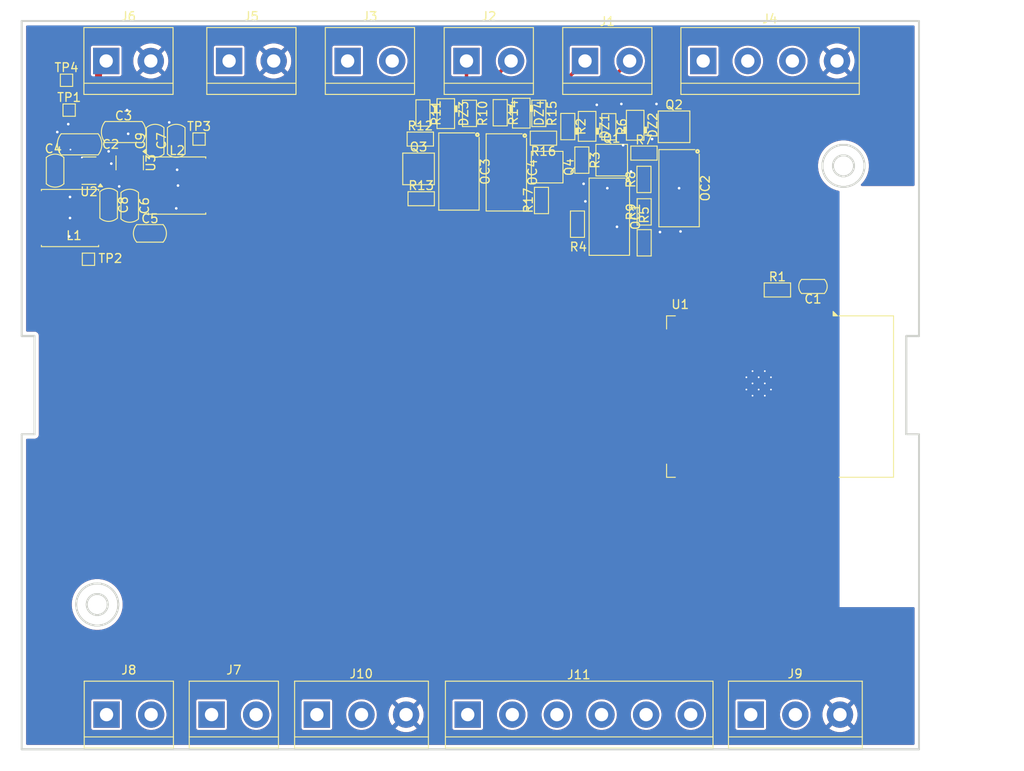
<source format=kicad_pcb>
(kicad_pcb (version 20241229) (generator "pcbnew") (generator_version "9.0")
  (layers (0 "F.Cu" signal) (2 "B.Cu" signal) (13 "F.Paste" user) (15 "B.Paste" user) (5 "F.SilkS" user "F.Silkscreen") (7 "B.SilkS" user "B.Silkscreen") (1 "F.Mask" user) (3 "B.Mask" user) (25 "Edge.Cuts" user))
  (net 0 "")
  (net 1 "+3.3V")
  (net 2 "GND")
  (net 3 "Net-(U2-BST)")
  (net 4 "Net-(U2-SW)")
  (net 5 "VCC")
  (net 6 "/NIVARA_BOARD/NPN_IN_1")
  (net 7 "/NIVARA_BOARD/NPN_IN_2")
  (net 8 "/NIVARA_BOARD/PNP_IN_1")
  (net 9 "/NIVARA_BOARD/PNP_IN_2")
  (net 10 "/NIVARA_BOARD/D_IN_2")
  (net 11 "/NIVARA_BOARD/D_IN_1")
  (net 12 "/NIVARA_BOARD/NPN_OUT_1")
  (net 13 "/NIVARA_BOARD/NPN_OUT_2")
  (net 14 "/NIVARA_BOARD/RLY_1_NO")
  (net 15 "/NIVARA_BOARD/RLY_1_C")
  (net 16 "/NIVARA_BOARD/RLY_1_NC")
  (net 17 "/NIVARA_BOARD/RLY_2_C")
  (net 18 "/NIVARA_BOARD/RLY_2_NC")
  (net 19 "/NIVARA_BOARD/RLY_2_NO")
  (net 20 "/NIVARA_BOARD/RUN{slash}STOP")
  (net 21 "/NIVARA_BOARD/RS485_A")
  (net 22 "/NIVARA_BOARD/RS485_B")
  (net 23 "/NIVARA_BOARD/A0_10_IN_1")
  (net 24 "/NIVARA_BOARD/A4_20_IN_1")
  (net 25 "/NIVARA_BOARD/A0_32_IN_1")
  (net 26 "/NIVARA_BOARD/PNP_OUT_1")
  (net 27 "/NIVARA_BOARD/PNP_OUT_2")
  (net 28 "/NIVARA_BOARD/A0_10_OUT_1")
  (net 29 "/NIVARA_BOARD/A4_20_OUT_1")
  (net 30 "Net-(U1-EN)")
  (net 33 "/NIVARA_BOARD/DRIVER_RS485/UART_OUT")
  (net 60 "/NIVARA_BOARD/DRIVER_RS485/UART_IN")
  (net 67 "Net-(U3-BST)")
  (net 68 "Net-(U3-SW)")
  (net 69 "+5V")
  (net 70 "Net-(DZ1-K)")
  (net 71 "Net-(DZ2-K)")
  (net 72 "Net-(Q1-D)")
  (net 73 "Net-(OC1-Pad1)")
  (net 74 "/NIVARA_BOARD/NPN_IN/ESP_NPN_IN_1")
  (net 75 "/NIVARA_BOARD/NPN_IN/ESP_NPN_IN_2")
  (net 76 "Net-(OC2-Pad1)")
  (net 77 "Net-(Q2-D)")
  (net 78 "Net-(DZ3-K)")
  (net 79 "Net-(DZ4-K)")
  (net 80 "Net-(Q3-D)")
  (net 81 "/NIVARA_BOARD/PNP_IN/ESP_PNP_IN_1")
  (net 82 "/NIVARA_BOARD/PNP_IN/ESP_PNP_IN_2")
  (net 83 "Net-(Q4-D)")
  (net 84 "Net-(Q3-S)")
  (net 85 "Net-(Q4-S)")
  (footprint "TerminalBlock:TerminalBlock_bornier-2_P5.08mm" (layer "F.Cu") (at 119.92 124)
    (property "Reference" "J7")
    (property "Value" "NPN_OUT")
  )
  (footprint "PCM_Capacitor_SMD_AKL:C_0805_2012Metric" (layer "F.Cu") (at 113.5 58.6 90)
    (property "Reference" "C9")
    (property "Value" "22uF" (hide yes))
  )
  (footprint "TerminalBlock:TerminalBlock_bornier-4_P5.08mm" (layer "F.Cu") (at 175.92 49.5)
    (property "Reference" "J4")
    (property "Value" "Analaog_In")
  )
  (footprint "PCM_Capacitor_SMD_AKL:C_1206_3216Metric" (layer "F.Cu") (at 104.9 59 180)
    (property "Reference" "C2")
    (property "Value" "10uF" (hide yes))
  )
  (footprint "PCM_Resistor_SMD_AKL:R_0603_1608Metric" (layer "F.Cu") (at 161.6 68.1 90)
    (property "Reference" "R4")
    (property "Value" "1k" (hide yes))
  )
  (footprint "PCM_Package_SO_AKL:SO-4_4.4x3.9mm_P2.54mm" (layer "F.Cu") (at 165.23 67.25 -90)
    (property "Reference" "OC1")
    (property "Value" "LTV-356T" (hide yes))
  )
  (footprint "Inductor_SMD:L_APV_ANR6028" (layer "F.Cu") (at 116 63.7)
    (property "Reference" "L2")
    (property "Value" "4u7H")
  )
  (footprint "PCM_Package_TO_SOT_SMD_AKL:SOT-23" (layer "F.Cu") (at 158.15 61.6 -90)
    (property "Reference" "Q4")
    (property "Value" "IRLML6402" (hide yes))
  )
  (footprint "PCM_Resistor_SMD_AKL:R_0603_1608Metric" (layer "F.Cu") (at 165.175 57 -90)
    (property "Reference" "R6")
    (property "Value" "7k" (hide yes))
  )
  (footprint "TestPoint:TestPoint_Pad_1.0x1.0mm" (layer "F.Cu") (at 118.5 58.4)
    (property "Reference" "TP3")
    (property "Value" "+5V")
  )
  (footprint "PCM_Capacitor_SMD_AKL:C_0805_2012Metric" (layer "F.Cu") (at 108.2 65.9 -90)
    (property "Reference" "C8")
    (property "Value" "22uF" (hide yes))
  )
  (footprint "TestPoint:TestPoint_Pad_1.0x1.0mm" (layer "F.Cu") (at 103.7 55.1)
    (property "Reference" "TP1")
    (property "Value" "+VCC")
  )
  (footprint "TerminalBlock:TerminalBlock_bornier-3_P5.08mm" (layer "F.Cu") (at 181.34 124)
    (property "Reference" "J9")
    (property "Value" "RS485")
  )
  (footprint "RF_Module:ESP32-S3-WROOM-1" (layer "F.Cu") (at 184.7 87.75 -90)
    (property "Reference" "U1")
    (property "Value" "ESP32-S3-WROOM-1")
  )
  (footprint "PCM_Package_SO_AKL:SO-4_4.4x3.9mm_P2.54mm" (layer "F.Cu") (at 173.175 64 -90)
    (property "Reference" "OC2")
    (property "Value" "LTV-356T" (hide yes))
  )
  (footprint "PCM_Capacitor_SMD_AKL:C_0805_2012Metric" (layer "F.Cu") (at 110.6 66 -90)
    (property "Reference" "C6")
    (property "Value" "22uF" (hide yes))
  )
  (footprint "TerminalBlock:TerminalBlock_bornier-2_P5.08mm" (layer "F.Cu") (at 107.92 49.5)
    (property "Reference" "J6")
    (property "Value" "FUENTE")
  )
  (footprint "PCM_Capacitor_SMD_AKL:C_0805_2012Metric" (layer "F.Cu") (at 115.9 58.6 90)
    (property "Reference" "C7")
    (property "Value" "22uF" (hide yes))
  )
  (footprint "TestPoint:TestPoint_Pad_1.0x1.0mm" (layer "F.Cu") (at 103.4 51.7)
    (property "Reference" "TP4")
    (property "Value" "GND")
  )
  (footprint "PCM_Resistor_SMD_AKL:R_0603_1608Metric" (layer "F.Cu") (at 157.5 65.4 90)
    (property "Reference" "R17")
    (property "Value" "10k" (hide yes))
  )
  (footprint "PCM_Resistor_SMD_AKL:R_0603_1608Metric" (layer "F.Cu") (at 160.5 56.975 -90)
    (property "Reference" "R2")
    (property "Value" "7k" (hide yes))
  )
  (footprint "PCM_Capacitor_SMD_AKL:C_0805_2012Metric" (layer "F.Cu") (at 112.9 69.15)
    (property "Reference" "C5")
    (property "Value" "100nF" (hide yes))
  )
  (footprint "TerminalBlock:TerminalBlock_bornier-2_P5.08mm" (layer "F.Cu") (at 135.42 49.5)
    (property "Reference" "J3")
    (property "Value" "D_IN")
  )
  (footprint "PCM_Resistor_SMD_AKL:R_0603_1608Metric" (layer "F.Cu") (at 152.8 55.4 -90)
    (property "Reference" "R14")
    (property "Value" "7k" (hide yes))
  )
  (footprint "PCM_Package_TO_SOT_SMD_AKL:SOT-23" (layer "F.Cu") (at 165.5 60.8)
    (property "Reference" "Q1")
    (property "Value" "IRLML6344" (hide yes))
  )
  (footprint "TerminalBlock:TerminalBlock_bornier-2_P5.08mm" (layer "F.Cu") (at 107.96 124)
    (property "Reference" "J8")
    (property "Value" "PNP_OUT")
  )
  (footprint "PCM_Resistor_SMD_AKL:R_0603_1608Metric" (layer "F.Cu") (at 157.725 58.3 180)
    (property "Reference" "R16")
    (property "Value" "1k" (hide yes))
  )
  (footprint "TestPoint:TestPoint_Pad_1.0x1.0mm" (layer "F.Cu") (at 105.9 72.1)
    (property "Reference" "TP2")
    (property "Value" "+3.3V")
  )
  (footprint "PCM_Resistor_SMD_AKL:R_0603_1608Metric" (layer "F.Cu") (at 169.2 70.225 -90)
    (property "Reference" "R5")
    (property "Value" "10k" (hide yes))
  )
  (footprint "PCM_Resistor_SMD_AKL:R_0603_1608Metric" (layer "F.Cu") (at 169.2 66.7 90)
    (property "Reference" "R9")
    (property "Value" "10k" (hide yes))
  )
  (footprint "PCM_Resistor_SMD_AKL:R_0603_1608Metric" (layer "F.Cu") (at 162.1 60.8 -90)
    (property "Reference" "R3")
    (property "Value" "22k" (hide yes))
  )
  (footprint "TerminalBlock:TerminalBlock_bornier-2_P5.08mm" (layer "F.Cu") (at 121.92 49.5)
    (property "Reference" "J5")
    (property "Value" "RUN/STOP")
  )
  (footprint "TerminalBlock:TerminalBlock_bornier-2_P5.08mm" (layer "F.Cu") (at 162.46 49.5)
    (property "Reference" "J1")
    (property "Value" "NPN_IN")
  )
  (footprint "PCM_Resistor_SMD_AKL:R_0603_1608Metric" (layer "F.Cu") (at 169.175 63 90)
    (property "Reference" "R8")
    (property "Value" "1k" (hide yes))
  )
  (footprint "PCM_Resistor_SMD_AKL:R_0603_1608Metric" (layer "F.Cu") (at 184.375 75.6)
    (property "Reference" "R1")
    (property "Value" "R_0603" (hide yes))
  )
  (footprint "PCM_Capacitor_SMD_AKL:C_0805_2012Metric" (layer "F.Cu") (at 102.1 62 90)
    (property "Reference" "C4")
    (property "Value" "100nF" (hide yes))
  )
  (footprint "PCM_Resistor_SMD_AKL:R_0603_1608Metric" (layer "F.Cu") (at 144 55.425 -90)
    (property "Reference" "R11")
    (property "Value" "22k" (hide yes))
  )
  (footprint "PCM_Package_SO_AKL:SO-4_4.4x3.9mm_P2.54mm" (layer "F.Cu") (at 148.1 62.1 -90)
    (property "Reference" "OC3")
    (property "Value" "LTV-356T" (hide yes))
  )
  (footprint "PCM_Package_TO_SOT_SMD_AKL:SOT-23" (layer "F.Cu") (at 172.6 57)
    (property "Reference" "Q2")
    (property "Value" "IRLML6344" (hide yes))
  )
  (footprint "TerminalBlock:TerminalBlock_bornier-6_P5.08mm" (layer "F.Cu") (at 149.1 124)
    (property "Reference" "J11")
    (property "Value" "RELAY")
  )
  (footprint "PCM_Resistor_SMD_AKL:R_0603_1608Metric" (layer "F.Cu") (at 169.175 60)
    (property "Reference" "R7")
    (property "Value" "22k" (hide yes))
  )
  (footprint "PCM_Package_TO_SOT_SMD_AKL:SOT-23" (layer "F.Cu") (at 143.5 61.8)
    (property "Reference" "Q3")
    (property "Value" "IRLML6402" (hide yes))
  )
  (footprint "PCM_Package_SO_AKL:SO-4_4.4x3.9mm_P2.54mm" (layer "F.Cu") (at 153.5 62.2 -90)
    (property "Reference" "OC4")
    (property "Value" "LTV-356T" (hide yes))
  )
  (footprint "PCM_Resistor_SMD_AKL:R_0603_1608Metric" (layer "F.Cu") (at 157.2 55.475 -90)
    (property "Reference" "R15")
    (property "Value" "22k" (hide yes))
  )
  (footprint "PCM_Diode_SMD_AKL:D_SOD-323" (layer "F.Cu") (at 168.175 56.825 90)
    (property "Reference" "DZ2")
    (property "Value" "BZT52C10S" (hide yes))
  )
  (footprint "Inductor_SMD:L_APV_ANR6028" (layer "F.Cu") (at 103.8 67.4)
    (property "Reference" "L1")
    (property "Value" "4u7H")
  )
  (footprint "Package_TO_SOT_SMD:TSOT-23-6" (layer "F.Cu") (at 110.6 61.1125 -90)
    (property "Reference" "U3")
    (property "Value" "AP63205WU")
  )
  (footprint "PCM_Capacitor_SMD_AKL:C_0603_1608Metric" (layer "F.Cu") (at 188.425 75.2 180)
    (property "Reference" "C1")
    (property "Value" "1uF" (hide yes))
  )
  (footprint "PCM_Diode_SMD_AKL:D_SOD-323" (layer "F.Cu") (at 155.2 55.45 -90)
    (property "Reference" "DZ4")
    (property "Value" "BZT52C10S" (hide yes))
  )
  (footprint "PCM_Diode_SMD_AKL:D_SOD-323" (layer "F.Cu") (at 146.6 55.5 -90)
    (property "Reference" "DZ3")
    (property "Value" "BZT52C10S" (hide yes))
  )
  (footprint "Package_TO_SOT_SMD:TSOT-23-6" (layer "F.Cu") (at 105.9625 62 180)
    (property "Reference" "U2")
    (property "Value" "AP63203WU")
  )
  (footprint "PCM_Diode_SMD_AKL:D_SOD-323" (layer "F.Cu") (at 162.7 56.95 90)
    (property "Reference" "DZ1")
    (property "Value" "BZT52C10S" (hide yes))
  )
  (footprint "PCM_Capacitor_SMD_AKL:C_1206_3216Metric" (layer "F.Cu") (at 109.9 57.6)
    (property "Reference" "C3")
    (property "Value" "10uF" (hide yes))
  )
  (footprint "PCM_Resistor_SMD_AKL:R_0603_1608Metric" (layer "F.Cu") (at 143.7 58.4)
    (property "Reference" "R12")
    (property "Value" "1k" (hide yes))
  )
  (footprint "PCM_Resistor_SMD_AKL:R_0603_1608Metric" (layer "F.Cu") (at 149.3 55.475 -90)
    (property "Reference" "R10")
    (property "Value" "7k" (hide yes))
  )
  (footprint "TerminalBlock:TerminalBlock_bornier-2_P5.08mm" (layer "F.Cu") (at 148.96 49.5)
    (property "Reference" "J2")
    (property "Value" "PNP_IN")
  )
  (footprint "PCM_Resistor_SMD_AKL:R_0603_1608Metric" (layer "F.Cu") (at 143.8 65.2)
    (property "Reference" "R13")
    (property "Value" "10k" (hide yes))
  )
  (footprint "TerminalBlock:TerminalBlock_bornier-3_P5.08mm" (layer "F.Cu") (at 131.92 124)
    (property "Reference" "J10")
    (property "Value" "Analog_Out")
  )
  (gr_line (start 199.05 92.05) (end 200.5 92.05) (stroke (width 0.2)) (layer "Edge.Cuts"))
  (gr_line (start 199.05 92.05) (end 200.5 92.05) (stroke (width 0.2)) (layer "Edge.Cuts"))
  (gr_line (start 99.75 92.05) (end 98.3 92.05) (stroke (width 0.2)) (layer "Edge.Cuts"))
  (gr_line (start 98.3 92.05) (end 98.3 127.95) (stroke (width 0.2)) (layer "Edge.Cuts"))
  (gr_circle (center 191.9 61.45) (end 194.3 61.45) (stroke (width 0.2)) (fill no) (layer "Edge.Cuts"))
  (gr_circle (center 106.9 111.45) (end 108.1 111.45) (stroke (width 0.2)) (fill no) (layer "Edge.Cuts"))
  (gr_line (start 199.05 88.95) (end 199.05 92.05) (stroke (width 0.2)) (layer "Edge.Cuts"))
  (gr_line (start 200.5 127.95) (end 200.5 92.05) (stroke (width 0.2)) (layer "Edge.Cuts"))
  (gr_line (start 99.75 92.05) (end 98.3 92.05) (stroke (width 0.2)) (layer "Edge.Cuts"))
  (gr_line (start 98.3 127.95) (end 200.5 127.95) (stroke (width 0.2)) (layer "Edge.Cuts"))
  (gr_line (start 199.05 80.85) (end 199.05 92.05) (stroke (width 0.2)) (layer "Edge.Cuts"))
  (gr_circle (center 106.9 111.45) (end 108.1 111.45) (stroke (width 0.2)) (fill no) (layer "Edge.Cuts"))
  (gr_line (start 199.05 88.95) (end 199.05 92.05) (stroke (width 0.2)) (layer "Edge.Cuts"))
  (gr_line (start 199.05 88.95) (end 199.05 83.95) (stroke (width 0.2)) (layer "Edge.Cuts"))
  (gr_line (start 98.3 80.85) (end 99.75 80.85) (stroke (width 0.2)) (layer "Edge.Cuts"))
  (gr_line (start 200.5 44.95) (end 200.5 80.85) (stroke (width 0.2)) (layer "Edge.Cuts"))
  (gr_line (start 199.05 88.95) (end 199.05 83.95) (stroke (width 0.2)) (layer "Edge.Cuts"))
  (gr_line (start 199.05 92.05) (end 200.5 92.05) (stroke (width 0.2)) (layer "Edge.Cuts"))
  (gr_line (start 98.3 44.95) (end 98.3 80.85) (stroke (width 0.2)) (layer "Edge.Cuts"))
  (gr_line (start 200.5 127.95) (end 200.5 92.05) (stroke (width 0.2)) (layer "Edge.Cuts"))
  (gr_line (start 199.05 92.05) (end 200.5 92.05) (stroke (width 0.2)) (layer "Edge.Cuts"))
  (gr_circle (center 191.9 61.45) (end 193.1 61.45) (stroke (width 0.2)) (fill no) (layer "Edge.Cuts"))
  (gr_circle (center 191.9 61.45) (end 193.1 61.45) (stroke (width 0.2)) (fill no) (layer "Edge.Cuts"))
  (gr_line (start 99.75 88.95) (end 99.75 83.95) (stroke (width 0.2)) (layer "Edge.Cuts"))
  (gr_line (start 98.3 92.05) (end 98.3 127.95) (stroke (width 0.2)) (layer "Edge.Cuts"))
  (gr_line (start 200.5 44.95) (end 200.5 80.85) (stroke (width 0.2)) (layer "Edge.Cuts"))
  (gr_line (start 98.3 44.95) (end 200.5 44.95) (stroke (width 0.2)) (layer "Edge.Cuts"))
  (gr_circle (center 191.9 61.45) (end 194.3 61.45) (stroke (width 0.2)) (fill no) (layer "Edge.Cuts"))
  (gr_circle (center 191.9 61.45) (end 194.3 61.45) (stroke (width 0.2)) (fill no) (layer "Edge.Cuts"))
  (gr_line (start 99.75 88.95) (end 99.75 83.95) (stroke (width 0.2)) (layer "Edge.Cuts"))
  (gr_line (start 98.3 44.95) (end 200.5 44.95) (stroke (width 0.2)) (layer "Edge.Cuts"))
  (gr_line (start 99.75 88.95) (end 99.75 92.05) (stroke (width 0.2)) (layer "Edge.Cuts"))
  (gr_line (start 98.3 127.95) (end 200.5 127.95) (stroke (width 0.2)) (layer "Edge.Cuts"))
  (gr_line (start 99.75 80.85) (end 99.75 83.95) (stroke (width 0.2)) (layer "Edge.Cuts"))
  (gr_line (start 200.5 80.85) (end 199.05 80.85) (stroke (width 0.2)) (layer "Edge.Cuts"))
  (gr_line (start 98.3 44.95) (end 98.3 80.85) (stroke (width 0.2)) (layer "Edge.Cuts"))
  (gr_line (start 200.5 80.85) (end 199.05 80.85) (stroke (width 0.2)) (layer "Edge.Cuts"))
  (gr_line (start 200.5 127.95) (end 200.5 92.05) (stroke (width 0.2)) (layer "Edge.Cuts"))
  (gr_circle (center 191.9 61.45) (end 193.1 61.45) (stroke (width 0.2)) (fill no) (layer "Edge.Cuts"))
  (gr_circle (center 106.9 111.45) (end 108.1 111.45) (stroke (width 0.2)) (fill no) (layer "Edge.Cuts"))
  (gr_line (start 200.5 80.85) (end 200.5 44.95) (stroke (width 0.2)) (layer "Edge.Cuts"))
  (gr_line (start 99.75 80.85) (end 99.75 92.05) (stroke (width 0.2)) (layer "Edge.Cuts"))
  (gr_line (start 200.5 44.95) (end 98.3 44.95) (stroke (width 0.2)) (layer "Edge.Cuts"))
  (gr_line (start 98.3 127.95) (end 200.5 127.95) (stroke (width 0.2)) (layer "Edge.Cuts"))
  (gr_line (start 98.3 80.85) (end 99.75 80.85) (stroke (width 0.2)) (layer "Edge.Cuts"))
  (gr_line (start 98.3 80.85) (end 98.3 44.95) (stroke (width 0.2)) (layer "Edge.Cuts"))
  (gr_line (start 99.75 88.95) (end 99.75 92.05) (stroke (width 0.2)) (layer "Edge.Cuts"))
  (gr_line (start 200.5 80.85) (end 200.5 44.95) (stroke (width 0.2)) (layer "Edge.Cuts"))
  (gr_line (start 199.05 80.85) (end 199.05 92.05) (stroke (width 0.2)) (layer "Edge.Cuts"))
  (gr_line (start 199.05 80.85) (end 199.05 83.95) (stroke (width 0.2)) (layer "Edge.Cuts"))
  (gr_line (start 200.5 44.95) (end 98.3 44.95) (stroke (width 0.2)) (layer "Edge.Cuts"))
  (gr_circle (center 106.9 111.45) (end 108.1 111.45) (stroke (width 0.2)) (fill no) (layer "Edge.Cuts"))
  (gr_line (start 99.75 80.85) (end 99.75 92.05) (stroke (width 0.2)) (layer "Edge.Cuts"))
  (gr_line (start 200.5 80.85) (end 199.05 80.85) (stroke (width 0.2)) (layer "Edge.Cuts"))
  (gr_circle (center 106.9 111.45) (end 109.3 111.45) (stroke (width 0.2)) (fill no) (layer "Edge.Cuts"))
  (gr_circle (center 191.9 61.45) (end 194.3 61.45) (stroke (width 0.2)) (fill no) (layer "Edge.Cuts"))
  (gr_circle (center 106.9 111.45) (end 109.3 111.45) (stroke (width 0.2)) (fill no) (layer "Edge.Cuts"))
  (gr_circle (center 191.9 61.45) (end 193.1 61.45) (stroke (width 0.2)) (fill no) (layer "Edge.Cuts"))
  (gr_line (start 98.3 127.95) (end 200.5 127.95) (stroke (width 0.2)) (layer "Edge.Cuts"))
  (gr_line (start 99.75 80.85) (end 99.75 83.95) (stroke (width 0.2)) (layer "Edge.Cuts"))
  (gr_line (start 199.05 80.85) (end 199.05 83.95) (stroke (width 0.2)) (layer "Edge.Cuts"))
  (gr_line (start 99.75 92.05) (end 98.3 92.05) (stroke (width 0.2)) (layer "Edge.Cuts"))
  (gr_line (start 99.75 92.05) (end 98.3 92.05) (stroke (width 0.2)) (layer "Edge.Cuts"))
  (gr_line (start 98.3 80.85) (end 99.75 80.85) (stroke (width 0.2)) (layer "Edge.Cuts"))
  (gr_circle (center 106.9 111.45) (end 109.3 111.45) (stroke (width 0.2)) (fill no) (layer "Edge.Cuts"))
  (gr_line (start 200.5 80.85) (end 199.05 80.85) (stroke (width 0.2)) (layer "Edge.Cuts"))
  (gr_circle (center 106.9 111.45) (end 109.3 111.45) (stroke (width 0.2)) (fill no) (layer "Edge.Cuts"))
  (gr_line (start 98.3 80.85) (end 99.75 80.85) (stroke (width 0.2)) (layer "Edge.Cuts"))
  (segment (start 106.05 67.4) (end 106.05 64.85) (width 0.8) (layer "F.Cu") (net 1))
  (segment (start 108.2 64.05) (end 107.1 62.95) (width 0.6) (layer "F.Cu") (net 1))
  (segment (start 108.2 64.95) (end 108.2 64.05) (width 0.6) (layer "F.Cu") (net 1))
  (segment (start 106.15 64.95) (end 110.5 64.95) (width 0.8) (layer "F.Cu") (net 1))
  (segment (start 168.15 69.6) (end 168.15 68.85) (width 0.4) (layer "F.Cu") (net 1))
  (segment (start 105.9 72.1) (end 106.05 71.95) (width 0.8) (layer "F.Cu") (net 1))
  (segment (start 110.5 64.95) (end 110.6 65.05) (width 0.8) (layer "F.Cu") (net 1))
  (segment (start 168.15 68.85) (end 169.175 67.825) (width 0.4) (layer "F.Cu") (net 1))
  (segment (start 106.05 71.95) (end 106.05 67.4) (width 0.8) (layer "F.Cu") (net 1))
  (via (at 103.85 59.6) (size 0.4) (drill 0.2) (layers "F.Cu" "B.Cu") (net 2))
  (via (at 109.4 63.8) (size 0.6) (drill 0.3) (layers "F.Cu" "B.Cu") (net 2))
  (via (at 103.8 65) (size 0.6) (drill 0.3) (layers "F.Cu" "B.Cu") (net 2))
  (via (at 166.6 54.4) (size 0.6) (drill 0.3) (layers "F.Cu" "B.Cu") (net 2))
  (via (at 103.6 56.7) (size 0.6) (drill 0.3) (layers "F.Cu" "B.Cu") (net 2))
  (via (at 173.175 64) (size 0.6) (drill 0.3) (layers "F.Cu" "B.Cu") (net 2))
  (via (at 108.5 61.2) (size 0.6) (drill 0.3) (layers "F.Cu" "B.Cu") (net 2))
  (via (at 167.7 62.1) (size 0.6) (drill 0.3) (layers "F.Cu" "B.Cu") (net 2))
  (via (at 102.35 57.6) (size 0.6) (drill 0.3) (layers "F.Cu" "B.Cu") (net 2))
  (via (at 105.15 60.5) (size 0.4) (drill 0.2) (layers "F.Cu" "B.Cu") (net 2))
  (via (at 163.8 54.5) (size 0.6) (drill 0.3) (layers "F.Cu" "B.Cu") (net 2))
  (via (at 116 61.9) (size 0.6) (drill 0.3) (layers "F.Cu" "B.Cu") (net 2))
  (via (at 171 69) (size 0.6) (drill 0.3) (layers "F.Cu" "B.Cu") (net 2))
  (via (at 103.8 67.4) (size 0.6) (drill 0.3) (layers "F.Cu" "B.Cu") (net 2))
  (via (at 103.7 69.5) (size 0.6) (drill 0.3) (layers "F.Cu" "B.Cu") (net 2))
  (via (at 110.3 55.1) (size 0.6) (drill 0.3) (layers "F.Cu" "B.Cu") (net 2))
  (via (at 162.3 63.5) (size 0.6) (drill 0.3) (layers "F.Cu" "B.Cu") (net 2))
  (via (at 110.425 57.8) (size 0.6) (drill 0.3) (layers "F.Cu" "B.Cu") (net 2))
  (via (at 166.8 59.1) (size 0.6) (drill 0.3) (layers "F.Cu" "B.Cu") (net 2))
  (via (at 115.1 56.5) (size 0.6) (drill 0.3) (layers "F.Cu" "B.Cu") (net 2))
  (via (at 166.1 68.4) (size 0.6) (drill 0.3) (layers "F.Cu" "B.Cu") (net 2))
  (via (at 170.1 58.4) (size 0.6) (drill 0.3) (layers "F.Cu" "B.Cu") (net 2))
  (via (at 162.5 65.5) (size 0.6) (drill 0.3) (layers "F.Cu" "B.Cu") (net 2))
  (via (at 115.9 66.3) (size 0.6) (drill 0.3) (layers "F.Cu" "B.Cu") (net 2))
  (via (at 165 64) (size 0.6) (drill 0.3) (layers "F.Cu" "B.Cu") (net 2))
  (via (at 170.6 54.4) (size 0.6) (drill 0.3) (layers "F.Cu" "B.Cu") (net 2))
  (via (at 108.2 59.8) (size 0.6) (drill 0.3) (layers "F.Cu" "B.Cu") (net 2))
  (via (at 173.337704 68.929738) (size 0.6) (drill 0.3) (layers "F.Cu" "B.Cu") (net 2))
  (via (at 116.1 63.7) (size 0.6) (drill 0.3) (layers "F.Cu" "B.Cu") (net 2))
  (segment (start 102.15 62.9) (end 102.1 62.95) (width 0.5) (layer "F.Cu") (net 3))
  (segment (start 104.775 62.9) (end 102.15 62.9) (width 0.5) (layer "F.Cu") (net 3))
  (segment (start 104.825 62.95) (end 104.775 62.9) (width 0.5) (layer "F.Cu") (net 3))
  (segment (start 101.55 67.4) (end 100.3 66.15) (width 0.8) (layer "F.Cu") (net 4))
  (segment (start 100.3 66.15) (end 100.3 62.125) (width 0.8) (layer "F.Cu") (net 4))
  (segment (start 100.3 62.125) (end 101.375 61.05) (width 0.8) (layer "F.Cu") (net 4))
  (segment (start 101.375 61.05) (end 102.1 61.05) (width 0.8) (layer "F.Cu") (net 4))
  (segment (start 104.825 62) (end 103.05 62) (width 0.4) (layer "F.Cu") (net 4))
  (segment (start 103.05 62) (end 102.1 61.05) (width 0.4) (layer "F.Cu") (net 4))
  (segment (start 107.05 61.95) (end 107.1 62) (width 0.8) (layer "F.Cu") (net 5))
  (segment (start 106.75 55.1) (end 103.7 55.1) (width 0.8) (layer "F.Cu") (net 5))
  (segment (start 107.05 56.025) (end 108.725 57.7) (width 0.8) (layer "F.Cu") (net 5))
  (segment (start 106.625 56.025) (end 106.175 56.475) (width 0.8) (layer "F.Cu") (net 5))
  (segment (start 107.05 54.8) (end 106.75 55.1) (width 0.8) (layer "F.Cu") (net 5))
  (segment (start 106.775 59) (end 107.05 59.275) (width 0.8) (layer "F.Cu") (net 5))
  (segment (start 107.92 49.5) (end 107.05 50.37) (width 0.8) (layer "F.Cu") (net 5))
  (segment (start 106.175 56.475) (end 106.175 58.8) (width 0.8) (layer "F.Cu") (net 5))
  (segment (start 107.05 59.275) (end 107.05 61.95) (width 0.8) (layer "F.Cu") (net 5))
  (segment (start 107.05 54.8) (end 107.05 55.6) (width 0.8) (layer "F.Cu") (net 5))
  (segment (start 107.05 56.025) (end 106.625 56.025) (width 0.8) (layer "F.Cu") (net 5))
  (segment (start 109.525 59.85) (end 109.65 59.975) (width 0.8) (layer "F.Cu") (net 5))
  (segment (start 109.525 58.5) (end 109.525 59.85) (width 0.8) (layer "F.Cu") (net 5))
  (segment (start 107.05 50.37) (end 107.05 54.8) (width 0.8) (layer "F.Cu") (net 5))
  (segment (start 108.725 57.7) (end 109.525 58.5) (width 0.8) (layer "F.Cu") (net 5))
  (segment (start 106.375 59) (end 106.775 59) (width 0.8) (layer "F.Cu") (net 5))
  (segment (start 109.65 59.975) (end 110.6 59.975) (width 0.8) (layer "F.Cu") (net 5))
  (segment (start 106.175 58.8) (end 106.375 59) (width 0.8) (layer "F.Cu") (net 5))
  (segment (start 107.05 55.6) (end 107.05 56.025) (width 0.8) (layer "F.Cu") (net 5))
  (segment (start 160.5 51.46) (end 162.46 49.5) (width 0.4) (layer "F.Cu") (net 6))
  (segment (start 160.5 56.15) (end 160.5 51.46) (width 0.4) (layer "F.Cu") (net 6))
  (segment (start 165.175 56.175) (end 165.175 51.865) (width 0.4) (layer "F.Cu") (net 7))
  (segment (start 165.175 51.865) (end 167.54 49.5) (width 0.4) (layer "F.Cu") (net 7))
  (segment (start 148.96 54.31) (end 149.3 54.65) (width 0.4) (layer "F.Cu") (net 8))
  (segment (start 148.96 49.5) (end 148.96 54.31) (width 0.4) (layer "F.Cu") (net 8))
  (segment (start 152.8 54.575) (end 152.8 50.74) (width 0.4) (layer "F.Cu") (net 9))
  (segment (start 152.8 50.74) (end 154.04 49.5) (width 0.4) (layer "F.Cu") (net 9))
  (segment (start 111.95 62.65) (end 111.95 69.15) (width 0.4) (layer "F.Cu") (net 67))
  (segment (start 111.55 62.25) (end 111.95 62.65) (width 0.4) (layer "F.Cu") (net 67))
  (segment (start 112.251 62.101058) (end 113.75 63.600058) (width 0.4) (layer "F.Cu") (net 68))
  (segment (start 113.75 63.7) (end 113.75 69.05) (width 0.4) (layer "F.Cu") (net 68))
  (segment (start 110.6 62.25) (end 110.6 61.754112) (width 0.4) (layer "F.Cu") (net 68))
  (segment (start 111.167612 61.1865) (end 111.932388 61.1865) (width 0.4) (layer "F.Cu") (net 68))
  (segment (start 111.932388 61.1865) (end 112.251 61.505112) (width 0.4) (layer "F.Cu") (net 68))
  (segment (start 110.6 61.754112) (end 111.167612 61.1865) (width 0.4) (layer "F.Cu") (net 68))
  (segment (start 112.251 61.505112) (end 112.251 62.101058) (width 0.4) (layer "F.Cu") (net 68))
  (segment (start 113.75 63.600058) (end 113.75 63.7) (width 0.4) (layer "F.Cu") (net 68))
  (segment (start 113.75 69.05) (end 113.85 69.15) (width 0.4) (layer "F.Cu") (net 68))
  (segment (start 118.5 63.45) (end 118.25 63.7) (width 0.8) (layer "F.Cu") (net 69))
  (segment (start 118.25 61.9) (end 115.9 59.55) (width 0.8) (layer "F.Cu") (net 69))
  (segment (start 118.25 63.7) (end 118.25 61.9) (width 0.8) (layer "F.Cu") (net 69))
  (segment (start 113.5 59.55) (end 112.026 59.55) (width 0.8) (layer "F.Cu") (net 69))
  (segment (start 112.026 59.55) (end 111.601 59.975) (width 0.8) (layer "F.Cu") (net 69))
  (segment (start 118.5 58.4) (end 118.5 63.45) (width 0.8) (layer "F.Cu") (net 69))
  (segment (start 166.9 66.1) (end 169.175 63.825) (width 0.4) (layer "F.Cu") (net 69))
  (segment (start 163.775 68.925) (end 166.6 66.1) (width 0.4) (layer "F.Cu") (net 69))
  (segment (start 115.9 59.55) (end 113.5 59.55) (width 0.8) (layer "F.Cu") (net 69))
  (segment (start 166.6 66.1) (end 166.9 66.1) (width 0.4) (layer "F.Cu") (net 69))
  (segment (start 161.6 68.925) (end 163.775 68.925) (width 0.4) (layer "F.Cu") (net 69))
  (segment (start 160.5 57.8) (end 162.5 57.8) (width 0.4) (layer "F.Cu") (net 70))
  (segment (start 162.1 58.6) (end 162.7 58) (width 0.4) (layer "F.Cu") (net 70))
  (segment (start 164.375 59.975) (end 164.5 59.85) (width 0.4) (layer "F.Cu") (net 70))
  (segment (start 162.1 59.975) (end 162.1 58.6) (width 0.4) (layer "F.Cu") (net 70))
  (segment (start 162.5 57.8) (end 162.7 58) (width 0.4) (layer "F.Cu") (net 70))
  (segment (start 162.1 59.975) (end 164.375 59.975) (width 0.4) (layer "F.Cu") (net 70))
  (segment (start 168.175 57.875) (end 168.175 59.825) (width 0.4) (layer "F.Cu") (net 71))
  (segment (start 171.6 56.05) (end 170 56.05) (width 0.4) (layer "F.Cu") (net 71))
  (segment (start 168.125 57.825) (end 168.175 57.875) (width 0.4) (layer "F.Cu") (net 71))
  (segment (start 165.175 57.825) (end 168.125 57.825) (width 0.4) (layer "F.Cu") (net 71))
  (segment (start 170 56.05) (end 168.175 57.875) (width 0.4) (layer "F.Cu") (net 71))
  (segment (start 168.175 59.825) (end 168.35 60) (width 0.4) (layer "F.Cu") (net 71))
  (segment (start 166.5 61.5) (end 166.5 60.8) (width 0.4) (layer "F.Cu") (net 72))
  (segment (start 163.96 64.1) (end 163.96 64.04) (width 0.4) (layer "F.Cu") (net 72))
  (segment (start 163.96 64.04) (end 166.5 61.5) (width 0.4) (layer "F.Cu") (net 72))
  (segment (start 161.6 67.275) (end 163.525 67.275) (width 0.4) (layer "F.Cu") (net 73))
  (segment (start 163.525 67.275) (end 166.5 64.3) (width 0.4) (layer "F.Cu") (net 73))
  (segment (start 166.5 64.3) (end 166.5 64.1) (width 0.4) (layer "F.Cu") (net 73))
  (segment (start 169.175 65.825) (end 170 65) (width 0.4) (layer "F.Cu") (net 75))
  (segment (start 170 65) (end 172.295 65) (width 0.4) (layer "F.Cu") (net 75))
  (segment (start 169.175 66.175) (end 169.175 65.825) (width 0.4) (layer "F.Cu") (net 75))
  (segment (start 172.295 65) (end 174.445 67.15) (width 0.4) (layer "F.Cu") (net 75))
  (segment (start 173.094 62.201) (end 174.445 60.85) (width 0.4) (layer "F.Cu") (net 76))
  (segment (start 169.201 62.201) (end 173.094 62.201) (width 0.4) (layer "F.Cu") (net 76))
  (segment (start 169.175 62.175) (end 169.201 62.201) (width 0.4) (layer "F.Cu") (net 76))
  (segment (start 173.6 59.155) (end 173.6 57) (width 0.4) (layer "F.Cu") (net 77))
  (segment (start 171.905 60.85) (end 173.6 59.155) (width 0.4) (layer "F.Cu") (net 77))
  (segment (start 144 54.6) (end 141.6 57) (width 0.4) (layer "F.Cu") (net 78))
  (segment (start 141.6 57) (end 141.6 60.1) (width 0.4) (layer "F.Cu") (net 78))
  (segment (start 146.6 54.45) (end 147.45 54.45) (width 0.4) (layer "F.Cu") (net 78))
  (segment (start 144 54.6) (end 146.45 54.6) (width 0.4) (layer "F.Cu") (net 78))
  (segment (start 141.75 60.1) (end 142.5 60.85) (width 0.4) (layer "F.Cu") (net 78))
  (segment (start 147.45 54.45) (end 149.3 56.3) (width 0.4) (layer "F.Cu") (net 78))
  (segment (start 146.45 54.6) (end 146.6 54.45) (width 0.4) (layer "F.Cu") (net 78))
  (segment (start 141.6 60.1) (end 141.75 60.1) (width 0.4) (layer "F.Cu") (net 78))
  (segment (start 159.1 60.6) (end 159.526 60.174) (width 0.4) (layer "F.Cu") (net 79))
  (segment (start 152.8 56.225) (end 153.375 56.225) (width 0.4) (layer "F.Cu") (net 79))
  (segment (start 159.526 56.976) (end 157.2 54.65) (width 0.4) (layer "F.Cu") (net 79))
  (segment (start 153.375 56.225) (end 155.2 54.4) (width 0.4) (layer "F.Cu") (net 79))
  (segment (start 156.95 54.4) (end 157.2 54.65) (width 0.4) (layer "F.Cu") (net 79))
  (segment (start 159.526 60.174) (end 159.526 56.976) (width 0.4) (layer "F.Cu") (net 79))
  (segment (start 155.2 54.4) (end 156.95 54.4) (width 0.4) (layer "F.Cu") (net 79))
  (segment (start 146.52 61.8) (end 149.37 58.95) (width 0.4) (layer "F.Cu") (net 80))
  (segment (start 144.5 61.8) (end 146.52 61.8) (width 0.4) (layer "F.Cu") (net 80))
  (segment (start 146.325 63.5) (end 148.5 63.5) (width 0.4) (layer "F.Cu") (net 81))
  (segment (start 144.625 65.2) (end 146.325 63.5) (width 0.4) (layer "F.Cu") (net 81))
  (segment (start 148.5 63.5) (end 149.37 64.37) (width 0.4) (layer "F.Cu") (net 81))
  (segment (start 149.37 64.37) (end 149.37 65.25) (width 0.4) (layer "F.Cu") (net 81))
  (segment (start 156.725 65.35) (end 157.5 64.575) (width 0.4) (layer "F.Cu") (net 82))
  (segment (start 154.77 65.35) (end 156.725 65.35) (width 0.4) (layer "F.Cu") (net 82))
  (segment (start 157.75 62.6) (end 154.77 59.62) (width 0.4) (layer "F.Cu") (net 83))
  (segment (start 154.77 59.62) (end 154.77 59.05) (width 0.4) (layer "F.Cu") (net 83))
  (segment (start 158.15 62.6) (end 157.75 62.6) (width 0.4) (layer "F.Cu") (net 83))
  (segment (start 143.649 59.276) (end 143.649 61.601) (width 0.4) (layer "F.Cu") (net 84))
  (segment (start 144.525 58.4) (end 143.649 59.276) (width 0.4) (layer "F.Cu") (net 84))
  (segment (start 143.649 61.601) (end 142.5 62.75) (width 0.4) (layer "F.Cu") (net 84))
  (segment (start 157.075 60.475) (end 157.075 58.475) (width 0.4) (layer "F.Cu") (net 85))
  (segment (start 157.075 58.475) (end 156.9 58.3) (width 0.4) (layer "F.Cu") (net 85))
  (segment (start 157.2 60.6) (end 157.075 60.475) (width 0.4) (layer "F.Cu") (net 85))
  (zone (net 2) (net_name "GND") (layers "F.Cu" "B.Cu") (connect_pads (clearance 0.25)) (min_thickness 0.25) (fill yes (thermal_gap 0.5) (thermal_bridge_width 0.5))
    (polygon (pts (xy 98.3 80.8) (xy 99.8 80.8) (xy 99.8 92) (xy 98.3 92) (xy 98.3 127.9) (xy 200.5 128) (xy 200.5 92) (xy 199.1 92) (xy 199.1 80.9) (xy 200.5 80.9) (xy 200.5 44.9) (xy 98.3 44.9)))
  )
)
</source>
